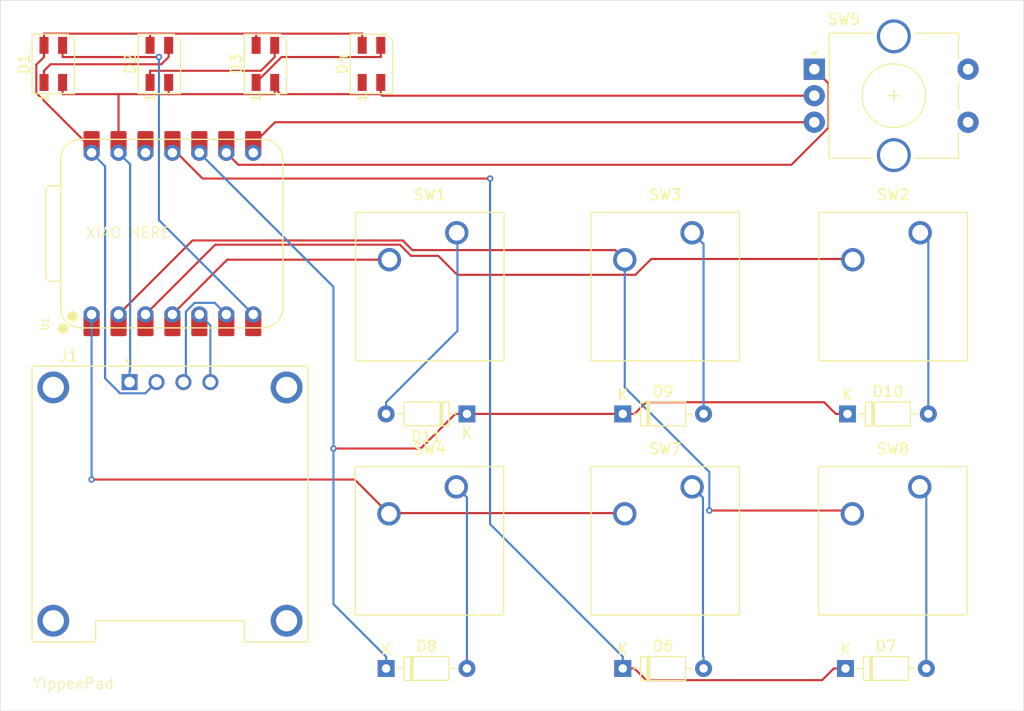
<source format=kicad_pcb>
(kicad_pcb (version 20240108) (generator "pcbnew") (generator_version "8.0")
  (layers (0 "F.Cu" signal) (31 "B.Cu" signal) (34 "B.Paste" user) (35 "F.Paste" user) (36 "B.SilkS" user "B.Silkscreen") (37 "F.SilkS" user "F.Silkscreen") (38 "B.Mask" user) (39 "F.Mask" user) (44 "Edge.Cuts" user))
  (net 0 "")
  (net 1 "+5V")
  (net 2 "Net-(D1-DIN)")
  (net 3 "Net-(D1-DOUT)")
  (net 4 "GND")
  (net 5 "Net-(D2-DOUT)")
  (net 6 "Net-(D3-DOUT)")
  (net 8 "Net-(D6-A)")
  (net 9 "Row 0")
  (net 10 "Net-(D7-A)")
  (net 11 "Net-(D8-A)")
  (net 12 "Row 1")
  (net 13 "Net-(D9-A)")
  (net 14 "Net-(D10-A)")
  (net 15 "Net-(D11-A)")
  (net 16 "SDA")
  (net 17 "SCL")
  (net 18 "Col 3")
  (net 19 "Col 2")
  (net 20 "Col 1")
  (net 21 "Col 0")
  (net 22 "Net-(U1-GPIO2{slash}SCK)")
  (net 23 "Net-(U1-GPIO1{slash}RX)")
  (net 24 "unconnected-(U1-3V3-Pad12)")
  (footprint "OPL:CherryMX_1.00u" (layer "F.Cu") (at 138.19 117.5)
    (property "Reference" "SW2" (at 0 -8.6625 0) (layer "F.SilkS"))
    (property "Value" "SW_Push")
    (fp_line (start -7 -7) (end -7 7) (stroke (width 0.12)) (layer "F.SilkS"))
    (fp_line (start -7 -7) (end 7 -7) (stroke (width 0.12)) (layer "F.SilkS"))
    (fp_line (start 7 -7) (end 7 7) (stroke (width 0.12)) (layer "F.SilkS"))
    (fp_line (start 7 7) (end -7 7) (stroke (width 0.12)) (layer "F.SilkS"))
    (pad "" np_thru_hole circle (at 0 0) (size 4 4) (drill 4) (layers "*.Cu" "*.Mask"))
    (pad "1" thru_hole circle (at -3.81 -2.54) (size 2.2 2.2) (drill 1.5) (layers "*.Cu" "*.Mask") (net 19 "Col 2"))
    (pad "2" thru_hole circle (at 2.54 -5.08) (size 2.2 2.2) (drill 1.5) (layers "*.Cu" "*.Mask") (net 14 "Net-(D10-A)"))
  )
  (footprint "LED_SMD:LED_SK6812MINI_PLCC4_3.5x3.5mm_P1.75mm" (layer "F.Cu") (at 89 96.5 90)
    (property "Reference" "D4" (at 0 -2.75 90) (layer "F.SilkS"))
    (property "Value" "SK6812MINI")
    (fp_line (start -2.8 -2) (end 2.8 -2) (stroke (width 0.12)) (layer "F.SilkS"))
    (fp_line (start -2.8 -2) (end -2.8 2) (stroke (width 0.12)) (layer "F.SilkS"))
    (fp_line (start 2.8 1.4) (end 2.8 -2) (stroke (width 0.12)) (layer "F.SilkS"))
    (fp_line (start 2.8 1.4) (end 2.2 2) (stroke (width 0.12)) (layer "F.SilkS"))
    (fp_line (start -2.8 2) (end 2.2 2) (stroke (width 0.12)) (layer "F.SilkS"))
    (fp_text user "1" (at -3.2 -0.875 90) (layer "F.SilkS") (effects (font (size 0.8 0.8))))
    (pad "1" smd rect (at -1.75 -0.875 90) (size 1.6 0.85) (layers "F.Cu" "F.Paste" "F.Mask"))
    (pad "2" smd rect (at -1.75 0.875 90) (size 1.6 0.85) (layers "F.Cu" "F.Paste" "F.Mask") (net 4 "GND"))
    (pad "3" smd rect (at 1.75 0.875 90) (size 1.6 0.85) (layers "F.Cu" "F.Paste" "F.Mask") (net 6 "Net-(D3-DOUT)"))
    (pad "4" smd rect (at 1.75 -0.875 90) (size 1.6 0.85) (layers "F.Cu" "F.Paste" "F.Mask") (net 1 "+5V"))
  )
  (footprint "Diode_THT:D_DO-35_SOD27_P7.62mm_Horizontal" (layer "F.Cu") (at 98 129.5 180)
    (property "Reference" "D11" (at 3.81 -2.12 0) (layer "F.SilkS"))
    (property "Value" "1N4148")
    (fp_line (start 6.58 0) (end 5.93 0) (stroke (width 0.12)) (layer "F.SilkS"))
    (fp_line (start 5.93 1.12) (end 5.93 -1.12) (stroke (width 0.12)) (layer "F.SilkS"))
    (fp_line (start 5.93 -1.12) (end 1.69 -1.12) (stroke (width 0.12)) (layer "F.SilkS"))
    (fp_line (start 2.53 -1.12) (end 2.53 1.12) (stroke (width 0.12)) (layer "F.SilkS"))
    (fp_line (start 2.41 -1.12) (end 2.41 1.12) (stroke (width 0.12)) (layer "F.SilkS"))
    (fp_line (start 2.29 -1.12) (end 2.29 1.12) (stroke (width 0.12)) (layer "F.SilkS"))
    (fp_line (start 1.69 1.12) (end 5.93 1.12) (stroke (width 0.12)) (layer "F.SilkS"))
    (fp_line (start 1.69 -1.12) (end 1.69 1.12) (stroke (width 0.12)) (layer "F.SilkS"))
    (fp_line (start 1.04 0) (end 1.69 0) (stroke (width 0.12)) (layer "F.SilkS"))
    (fp_text user "K" (at 0 -1.8 0) (layer "F.SilkS"))
    (pad "1" thru_hole rect (at 0 0 180) (size 1.6 1.6) (drill 0.8) (layers "*.Cu" "*.Mask") (net 12 "Row 1"))
    (pad "2" thru_hole oval (at 7.62 0 180) (size 1.6 1.6) (drill 0.8) (layers "*.Cu" "*.Mask") (net 15 "Net-(D11-A)"))
  )
  (footprint "Diode_THT:D_DO-35_SOD27_P7.62mm_Horizontal" (layer "F.Cu") (at 133.69 153.5)
    (property "Reference" "D7" (at 3.81 -2.12 0) (layer "F.SilkS"))
    (property "Value" "1N4148")
    (fp_line (start 1.04 0) (end 1.69 0) (stroke (width 0.12)) (layer "F.SilkS"))
    (fp_line (start 1.69 -1.12) (end 1.69 1.12) (stroke (width 0.12)) (layer "F.SilkS"))
    (fp_line (start 1.69 1.12) (end 5.93 1.12) (stroke (width 0.12)) (layer "F.SilkS"))
    (fp_line (start 2.29 -1.12) (end 2.29 1.12) (stroke (width 0.12)) (layer "F.SilkS"))
    (fp_line (start 2.41 -1.12) (end 2.41 1.12) (stroke (width 0.12)) (layer "F.SilkS"))
    (fp_line (start 2.53 -1.12) (end 2.53 1.12) (stroke (width 0.12)) (layer "F.SilkS"))
    (fp_line (start 5.93 -1.12) (end 1.69 -1.12) (stroke (width 0.12)) (layer "F.SilkS"))
    (fp_line (start 5.93 1.12) (end 5.93 -1.12) (stroke (width 0.12)) (layer "F.SilkS"))
    (fp_line (start 6.58 0) (end 5.93 0) (stroke (width 0.12)) (layer "F.SilkS"))
    (fp_text user "K" (at 0 -1.8 0) (layer "F.SilkS"))
    (pad "1" thru_hole rect (at 0 0) (size 1.6 1.6) (drill 0.8) (layers "*.Cu" "*.Mask") (net 9 "Row 0"))
    (pad "2" thru_hole oval (at 7.62 0) (size 1.6 1.6) (drill 0.8) (layers "*.Cu" "*.Mask") (net 10 "Net-(D7-A)"))
  )
  (footprint "OPL:XIAO-RP2040-DIP" (layer "F.Cu") (at 70.2315 112.5 90)
    (property "Reference" "U1" (at -8.5 -12 90) (layer "F.SilkS") (effects (font (size 0.635 0.635) (thickness 0.1016))))
    (property "Value" "XIAO-RP2040-DIP")
    (fp_line (start -3.991272 -11.951) (end 4.004 -11.951) (stroke (width 0.127)) (layer "F.SilkS"))
    (fp_line (start 4.504 -11.451) (end 4.504 -10.541) (stroke (width 0.127)) (layer "F.SilkS"))
    (fp_line (start 6.985 -10.541) (end -6.985 -10.541) (stroke (width 0.1)) (layer "F.SilkS"))
    (fp_line (start 6.985 -10.541) (end -6.985 -10.541) (stroke (width 0.127)) (layer "F.SilkS"))
    (fp_line (start -4.495 -10.541) (end -4.491272 -11.451272) (stroke (width 0.127)) (layer "F.SilkS"))
    (fp_line (start 8.89 8.509) (end 8.89 -8.636) (stroke (width 0.127)) (layer "F.SilkS"))
    (fp_line (start -8.89 8.509) (end -8.89 -8.636) (stroke (width 0.127)) (layer "F.SilkS"))
    (fp_line (start -6.985 10.414) (end 6.985 10.414) (stroke (width 0.127)) (layer "F.SilkS"))
    (fp_arc (start 4.004 -11.951) (mid 4.357553 -11.804553) (end 4.504 -11.451) (stroke (width 0.127)) (layer "F.SilkS"))
    (fp_arc (start -4.491272 -11.451272) (mid -4.344724 -11.804644) (end -3.991272 -11.951) (stroke (width 0.127)) (layer "F.SilkS"))
    (fp_arc (start 6.985 -10.541) (mid 8.332038 -9.983038) (end 8.89 -8.636) (stroke (width 0.127)) (layer "F.SilkS"))
    (fp_arc (start -8.89 -8.636) (mid -8.332038 -9.983038) (end -6.985 -10.541) (stroke (width 0.127)) (layer "F.SilkS"))
    (fp_arc (start 8.89 8.509) (mid 8.332038 9.856038) (end 6.985 10.414) (stroke (width 0.127)) (layer "F.SilkS"))
    (fp_arc (start -6.985 10.414) (mid -8.332038 9.856038) (end -8.89 8.509) (stroke (width 0.127)) (layer "F.SilkS"))
    (fp_circle (center -8.95 -10.3) (end -8.95 -10.554) (stroke (width 0.5)) (fill solid) (layer "F.SilkS"))
    (fp_circle (center -7.807 -9.42) (end -7.807 -9.674) (stroke (width 0.5)) (fill solid) (layer "F.SilkS"))
    (pad "1" smd roundrect (at -8.455 -7.62 270) (size 2.432 1.524) (layers "F.Cu" "F.Mask") (roundrect_rratio 0.1) (net 21 "Col 0"))
    (pad "1" thru_hole circle (at -7.62 -7.62 270) (size 1.524 1.524) (drill 0.889) (layers "*.Cu" "*.Mask") (net 21 "Col 0"))
    (pad "2" smd roundrect (at -8.455 -5.08 270) (size 2.432 1.524) (layers "F.Cu" "F.Mask") (roundrect_rratio 0.1) (net 20 "Col 1"))
    (pad "2" thru_hole circle (at -7.62 -5.08 270) (size 1.524 1.524) (drill 0.889) (layers "*.Cu" "*.Mask") (net 20 "Col 1"))
    (pad "3" smd roundrect (at -8.455 -2.54 270) (size 2.432 1.524) (layers "F.Cu" "F.Mask") (roundrect_rratio 0.1) (net 19 "Col 2"))
    (pad "3" thru_hole circle (at -7.62 -2.54 270) (size 1.524 1.524) (drill 0.889) (layers "*.Cu" "*.Mask") (net 19 "Col 2"))
    (pad "4" smd roundrect (at -8.455 0 270) (size 2.432 1.524) (layers "F.Cu" "F.Mask") (roundrect_rratio 0.1) (net 18 "Col 3"))
    (pad "4" thru_hole circle (at -7.62 0 270) (size 1.524 1.524) (drill 0.889) (layers "*.Cu" "*.Mask") (net 18 "Col 3"))
    (pad "5" smd roundrect (at -8.455 2.54 270) (size 2.432 1.524) (layers "F.Cu" "F.Mask") (roundrect_rratio 0.1) (net 16 "SDA"))
    (pad "5" thru_hole circle (at -7.62 2.54 270) (size 1.524 1.524) (drill 0.889) (layers "*.Cu" "*.Mask") (net 16 "SDA"))
    (pad "6" smd roundrect (at -8.455 5.08 270) (size 2.432 1.524) (layers "F.Cu" "F.Mask") (roundrect_rratio 0.1) (net 17 "SCL"))
    (pad "6" thru_hole circle (at -7.62 5.08 270) (size 1.524 1.524) (drill 0.889) (layers "*.Cu" "*.Mask") (net 17 "SCL"))
    (pad "7" smd roundrect (at -8.455 7.62 270) (size 2.432 1.524) (layers "F.Cu" "F.Mask") (roundrect_rratio 0.1) (net 2 "Net-(D1-DIN)"))
    (pad "7" thru_hole circle (at -7.62 7.62 270) (size 1.524 1.524) (drill 0.889) (layers "*.Cu" "*.Mask") (net 2 "Net-(D1-DIN)"))
    (pad "8" thru_hole circle (at 7.62 7.62 90) (size 1.524 1.524) (drill 0.889) (layers "*.Cu" "*.Mask") (net 23 "Net-(U1-GPIO1{slash}RX)"))
    (pad "8" smd roundrect (at 8.455 7.62 90) (size 2.432 1.524) (layers "F.Cu" "F.Mask") (roundrect_rratio 0.1) (net 23 "Net-(U1-GPIO1{slash}RX)"))
    (pad "9" thru_hole circle (at 7.62 5.08 90) (size 1.524 1.524) (drill 0.889) (layers "*.Cu" "*.Mask") (net 22 "Net-(U1-GPIO2{slash}SCK)"))
    (pad "9" smd roundrect (at 8.455 5.08 90) (size 2.432 1.524) (layers "F.Cu" "F.Mask") (roundrect_rratio 0.1) (net 22 "Net-(U1-GPIO2{slash}SCK)"))
    (pad "10" thru_hole circle (at 7.62 2.54 90) (size 1.524 1.524) (drill 0.889) (layers "*.Cu" "*.Mask") (net 12 "Row 1"))
    (pad "10" smd roundrect (at 8.455 2.54 90) (size 2.432 1.524) (layers "F.Cu" "F.Mask") (roundrect_rratio 0.1) (net 12 "Row 1"))
    (pad "11" thru_hole circle (at 7.62 0 90) (size 1.524 1.524) (drill 0.889) (layers "*.Cu" "*.Mask") (net 9 "Row 0"))
    (pad "11" smd roundrect (at 8.455 0 90) (size 2.432 1.524) (layers "F.Cu" "F.Mask") (roundrect_rratio 0.1) (net 9 "Row 0"))
    (pad "12" thru_hole circle (at 7.62 -2.54 90) (size 1.524 1.524) (drill 0.889) (layers "*.Cu" "*.Mask") (net 24 "unconnected-(U1-3V3-Pad12)"))
    (pad "12" smd roundrect (at 8.455 -2.54 90) (size 2.432 1.524) (layers "F.Cu" "F.Mask") (roundrect_rratio 0.1) (net 24 "unconnected-(U1-3V3-Pad12)"))
    (pad "13" thru_hole circle (at 7.62 -5.08 90) (size 1.524 1.524) (drill 0.889) (layers "*.Cu" "*.Mask") (net 4 "GND"))
    (pad "13" smd roundrect (at 8.455 -5.08 90) (size 2.432 1.524) (layers "F.Cu" "F.Mask") (roundrect_rratio 0.1) (net 4 "GND"))
    (pad "14" thru_hole circle (at 7.62 -7.62 90) (size 1.524 1.524) (drill 0.889) (layers "*.Cu" "*.Mask") (net 1 "+5V"))
    (pad "14" smd roundrect (at 8.455 -7.62 90) (size 2.432 1.524) (layers "F.Cu" "F.Mask") (roundrect_rratio 0.1) (net 1 "+5V"))
  )
  (footprint "LED_SMD:LED_SK6812MINI_PLCC4_3.5x3.5mm_P1.75mm" (layer "F.Cu") (at 69 96.5 90)
    (property "Reference" "D2" (at 0 -2.75 90) (layer "F.SilkS"))
    (property "Value" "SK6812MINI")
    (fp_line (start -2.8 -2) (end 2.8 -2) (stroke (width 0.12)) (layer "F.SilkS"))
    (fp_line (start -2.8 -2) (end -2.8 2) (stroke (width 0.12)) (layer "F.SilkS"))
    (fp_line (start 2.8 1.4) (end 2.8 -2) (stroke (width 0.12)) (layer "F.SilkS"))
    (fp_line (start 2.8 1.4) (end 2.2 2) (stroke (width 0.12)) (layer "F.SilkS"))
    (fp_line (start -2.8 2) (end 2.2 2) (stroke (width 0.12)) (layer "F.SilkS"))
    (fp_text user "1" (at -3.2 -0.875 90) (layer "F.SilkS") (effects (font (size 0.8 0.8))))
    (pad "1" smd rect (at -1.75 -0.875 90) (size 1.6 0.85) (layers "F.Cu" "F.Paste" "F.Mask") (net 5 "Net-(D2-DOUT)"))
    (pad "2" smd rect (at -1.75 0.875 90) (size 1.6 0.85) (layers "F.Cu" "F.Paste" "F.Mask") (net 4 "GND"))
    (pad "3" smd rect (at 1.75 0.875 90) (size 1.6 0.85) (layers "F.Cu" "F.Paste" "F.Mask") (net 3 "Net-(D1-DOUT)"))
    (pad "4" smd rect (at 1.75 -0.875 90) (size 1.6 0.85) (layers "F.Cu" "F.Paste" "F.Mask") (net 1 "+5V"))
  )
  (footprint "Diode_THT:D_DO-35_SOD27_P7.62mm_Horizontal" (layer "F.Cu") (at 133.88 129.5)
    (property "Reference" "D10" (at 3.81 -2.12 0) (layer "F.SilkS"))
    (property "Value" "1N4148")
    (fp_line (start 1.04 0) (end 1.69 0) (stroke (width 0.12)) (layer "F.SilkS"))
    (fp_line (start 1.69 -1.12) (end 1.69 1.12) (stroke (width 0.12)) (layer "F.SilkS"))
    (fp_line (start 1.69 1.12) (end 5.93 1.12) (stroke (width 0.12)) (layer "F.SilkS"))
    (fp_line (start 2.29 -1.12) (end 2.29 1.12) (stroke (width 0.12)) (layer "F.SilkS"))
    (fp_line (start 2.41 -1.12) (end 2.41 1.12) (stroke (width 0.12)) (layer "F.SilkS"))
    (fp_line (start 2.53 -1.12) (end 2.53 1.12) (stroke (width 0.12)) (layer "F.SilkS"))
    (fp_line (start 5.93 -1.12) (end 1.69 -1.12) (stroke (width 0.12)) (layer "F.SilkS"))
    (fp_line (start 5.93 1.12) (end 5.93 -1.12) (stroke (width 0.12)) (layer "F.SilkS"))
    (fp_line (start 6.58 0) (end 5.93 0) (stroke (width 0.12)) (layer "F.SilkS"))
    (fp_text user "K" (at 0 -1.8 0) (layer "F.SilkS"))
    (pad "1" thru_hole rect (at 0 0) (size 1.6 1.6) (drill 0.8) (layers "*.Cu" "*.Mask") (net 12 "Row 1"))
    (pad "2" thru_hole oval (at 7.62 0) (size 1.6 1.6) (drill 0.8) (layers "*.Cu" "*.Mask") (net 14 "Net-(D10-A)"))
  )
  (footprint "OPL:CherryMX_1.00u" (layer "F.Cu") (at 138.15 141.46)
    (property "Reference" "SW8" (at 0 -8.6625 0) (layer "F.SilkS"))
    (property "Value" "SW_Push")
    (fp_line (start -7 -7) (end -7 7) (stroke (width 0.12)) (layer "F.SilkS"))
    (fp_line (start -7 -7) (end 7 -7) (stroke (width 0.12)) (layer "F.SilkS"))
    (fp_line (start 7 -7) (end 7 7) (stroke (width 0.12)) (layer "F.SilkS"))
    (fp_line (start 7 7) (end -7 7) (stroke (width 0.12)) (layer "F.SilkS"))
    (pad "" np_thru_hole circle (at 0 0) (size 4 4) (drill 4) (layers "*.Cu" "*.Mask"))
    (pad "1" thru_hole circle (at -3.81 -2.54) (size 2.2 2.2) (drill 1.5) (layers "*.Cu" "*.Mask") (net 20 "Col 1"))
    (pad "2" thru_hole circle (at 2.54 -5.08) (size 2.2 2.2) (drill 1.5) (layers "*.Cu" "*.Mask") (net 10 "Net-(D7-A)"))
  )
  (footprint "LED_SMD:LED_SK6812MINI_PLCC4_3.5x3.5mm_P1.75mm" (layer "F.Cu") (at 59 96.5 90)
    (property "Reference" "D1" (at 0 -2.75 90) (layer "F.SilkS"))
    (property "Value" "SK6812MINI")
    (fp_line (start -2.8 -2) (end 2.8 -2) (stroke (width 0.12)) (layer "F.SilkS"))
    (fp_line (start -2.8 -2) (end -2.8 2) (stroke (width 0.12)) (layer "F.SilkS"))
    (fp_line (start 2.8 1.4) (end 2.8 -2) (stroke (width 0.12)) (layer "F.SilkS"))
    (fp_line (start 2.8 1.4) (end 2.2 2) (stroke (width 0.12)) (layer "F.SilkS"))
    (fp_line (start -2.8 2) (end 2.2 2) (stroke (width 0.12)) (layer "F.SilkS"))
    (fp_text user "1" (at -3.2 -0.875 90) (layer "F.SilkS") (effects (font (size 0.8 0.8))))
    (pad "1" smd rect (at -1.75 -0.875 90) (size 1.6 0.85) (layers "F.Cu" "F.Paste" "F.Mask") (net 3 "Net-(D1-DOUT)"))
    (pad "2" smd rect (at -1.75 0.875 90) (size 1.6 0.85) (layers "F.Cu" "F.Paste" "F.Mask") (net 4 "GND"))
    (pad "3" smd rect (at 1.75 0.875 90) (size 1.6 0.85) (layers "F.Cu" "F.Paste" "F.Mask") (net 2 "Net-(D1-DIN)"))
    (pad "4" smd rect (at 1.75 -0.875 90) (size 1.6 0.85) (layers "F.Cu" "F.Paste" "F.Mask") (net 1 "+5V"))
  )
  (footprint "OPL:CherryMX_1.00u" (layer "F.Cu") (at 94.46 141.46)
    (property "Reference" "SW4" (at 0 -8.6625 0) (layer "F.SilkS"))
    (property "Value" "SW_Push")
    (fp_line (start -7 -7) (end -7 7) (stroke (width 0.12)) (layer "F.SilkS"))
    (fp_line (start -7 -7) (end 7 -7) (stroke (width 0.12)) (layer "F.SilkS"))
    (fp_line (start 7 -7) (end 7 7) (stroke (width 0.12)) (layer "F.SilkS"))
    (fp_line (start 7 7) (end -7 7) (stroke (width 0.12)) (layer "F.SilkS"))
    (pad "" np_thru_hole circle (at 0 0) (size 4 4) (drill 4) (layers "*.Cu" "*.Mask"))
    (pad "1" thru_hole circle (at -3.81 -2.54) (size 2.2 2.2) (drill 1.5) (layers "*.Cu" "*.Mask") (net 21 "Col 0"))
    (pad "2" thru_hole circle (at 2.54 -5.08) (size 2.2 2.2) (drill 1.5) (layers "*.Cu" "*.Mask") (net 11 "Net-(D8-A)"))
  )
  (footprint "OPL:CherryMX_1.00u" (layer "F.Cu") (at 94.5 117.5)
    (property "Reference" "SW1" (at 0 -8.6625 0) (layer "F.SilkS"))
    (property "Value" "SW_Push")
    (fp_line (start -7 -7) (end -7 7) (stroke (width 0.12)) (layer "F.SilkS"))
    (fp_line (start -7 -7) (end 7 -7) (stroke (width 0.12)) (layer "F.SilkS"))
    (fp_line (start 7 -7) (end 7 7) (stroke (width 0.12)) (layer "F.SilkS"))
    (fp_line (start 7 7) (end -7 7) (stroke (width 0.12)) (layer "F.SilkS"))
    (pad "" np_thru_hole circle (at 0 0) (size 4 4) (drill 4) (layers "*.Cu" "*.Mask"))
    (pad "1" thru_hole circle (at -3.81 -2.54) (size 2.2 2.2) (drill 1.5) (layers "*.Cu" "*.Mask") (net 18 "Col 3"))
    (pad "2" thru_hole circle (at 2.54 -5.08) (size 2.2 2.2) (drill 1.5) (layers "*.Cu" "*.Mask") (net 15 "Net-(D11-A)"))
  )
  (footprint "OPL:CherryMX_1.00u" (layer "F.Cu") (at 116.69 117.5)
    (property "Reference" "SW3" (at 0 -8.6625 0) (layer "F.SilkS"))
    (property "Value" "SW_Push")
    (fp_line (start -7 -7) (end -7 7) (stroke (width 0.12)) (layer "F.SilkS"))
    (fp_line (start -7 -7) (end 7 -7) (stroke (width 0.12)) (layer "F.SilkS"))
    (fp_line (start 7 -7) (end 7 7) (stroke (width 0.12)) (layer "F.SilkS"))
    (fp_line (start 7 7) (end -7 7) (stroke (width 0.12)) (layer "F.SilkS"))
    (pad "" np_thru_hole circle (at 0 0) (size 4 4) (drill 4) (layers "*.Cu" "*.Mask"))
    (pad "1" thru_hole circle (at -3.81 -2.54) (size 2.2 2.2) (drill 1.5) (layers "*.Cu" "*.Mask") (net 20 "Col 1"))
    (pad "2" thru_hole circle (at 2.54 -5.08) (size 2.2 2.2) (drill 1.5) (layers "*.Cu" "*.Mask") (net 13 "Net-(D9-A)"))
  )
  (footprint "Rotary_Encoder:RotaryEncoder_Alps_EC11E-Switch_Vertical_H20mm_CircularMountingHoles" (layer "F.Cu") (at 130.75 97)
    (property "Reference" "SW5" (at 2.8 -4.7 0) (layer "F.SilkS"))
    (property "Value" "RotaryEncoder")
    (fp_line (start -0.3 -1.6) (end 0.3 -1.6) (stroke (width 0.12)) (layer "F.SilkS"))
    (fp_line (start 0 -1.3) (end -0.3 -1.6) (stroke (width 0.12)) (layer "F.SilkS"))
    (fp_line (start 0.3 -1.6) (end 0 -1.3) (stroke (width 0.12)) (layer "F.SilkS"))
    (fp_line (start 1.4 -3.4) (end 1.4 8.4) (stroke (width 0.12)) (layer "F.SilkS"))
    (fp_line (start 5.5 -3.4) (end 1.4 -3.4) (stroke (width 0.12)) (layer "F.SilkS"))
    (fp_line (start 5.5 8.4) (end 1.4 8.4) (stroke (width 0.12)) (layer "F.SilkS"))
    (fp_line (start 7 2.5) (end 8 2.5) (stroke (width 0.12)) (layer "F.SilkS"))
    (fp_line (start 7.5 2) (end 7.5 3) (stroke (width 0.12)) (layer "F.SilkS"))
    (fp_line (start 9.5 -3.4) (end 13.6 -3.4) (stroke (width 0.12)) (layer "F.SilkS"))
    (fp_line (start 13.6 -3.4) (end 13.6 -1) (stroke (width 0.12)) (layer "F.SilkS"))
    (fp_line (start 13.6 1.2) (end 13.6 3.8) (stroke (width 0.12)) (layer "F.SilkS"))
    (fp_line (start 13.6 6) (end 13.6 8.4) (stroke (width 0.12)) (layer "F.SilkS"))
    (fp_line (start 13.6 8.4) (end 9.5 8.4) (stroke (width 0.12)) (layer "F.SilkS"))
    (fp_circle (center 7.5 2.5) (end 10.5 2.5) (stroke (width 0.12)) (fill none) (layer "F.SilkS"))
    (pad "A" thru_hole rect (at 0 0) (size 2 2) (drill 1) (layers "*.Cu" "*.Mask") (net 22 "Net-(U1-GPIO2{slash}SCK)"))
    (pad "B" thru_hole circle (at 0 5) (size 2 2) (drill 1) (layers "*.Cu" "*.Mask") (net 23 "Net-(U1-GPIO1{slash}RX)"))
    (pad "C" thru_hole circle (at 0 2.5) (size 2 2) (drill 1) (layers "*.Cu" "*.Mask") (net 4 "GND"))
    (pad "MP" thru_hole circle (at 7.5 -3.1) (size 3.2 3.2) (drill 2.6) (layers "*.Cu" "*.Mask"))
    (pad "MP" thru_hole circle (at 7.5 8.1) (size 3.2 3.2) (drill 2.6) (layers "*.Cu" "*.Mask"))
    (pad "S1" thru_hole circle (at 14.5 5) (size 2 2) (drill 1) (layers "*.Cu" "*.Mask"))
    (pad "S2" thru_hole circle (at 14.5 0) (size 2 2) (drill 1) (layers "*.Cu" "*.Mask"))
  )
  (footprint "LED_SMD:LED_SK6812MINI_PLCC4_3.5x3.5mm_P1.75mm" (layer "F.Cu") (at 79 96.5 90)
    (property "Reference" "D3" (at 0 -2.75 90) (layer "F.SilkS"))
    (property "Value" "SK6812MINI")
    (fp_line (start -2.8 -2) (end 2.8 -2) (stroke (width 0.12)) (layer "F.SilkS"))
    (fp_line (start -2.8 -2) (end -2.8 2) (stroke (width 0.12)) (layer "F.SilkS"))
    (fp_line (start 2.8 1.4) (end 2.8 -2) (stroke (width 0.12)) (layer "F.SilkS"))
    (fp_line (start 2.8 1.4) (end 2.2 2) (stroke (width 0.12)) (layer "F.SilkS"))
    (fp_line (start -2.8 2) (end 2.2 2) (stroke (width 0.12)) (layer "F.SilkS"))
    (fp_text user "1" (at -3.2 -0.875 90) (layer "F.SilkS") (effects (font (size 0.8 0.8))))
    (pad "1" smd rect (at -1.75 -0.875 90) (size 1.6 0.85) (layers "F.Cu" "F.Paste" "F.Mask") (net 6 "Net-(D3-DOUT)"))
    (pad "2" smd rect (at -1.75 0.875 90) (size 1.6 0.85) (layers "F.Cu" "F.Paste" "F.Mask") (net 4 "GND"))
    (pad "3" smd rect (at 1.75 0.875 90) (size 1.6 0.85) (layers "F.Cu" "F.Paste" "F.Mask") (net 5 "Net-(D2-DOUT)"))
    (pad "4" smd rect (at 1.75 -0.875 90) (size 1.6 0.85) (layers "F.Cu" "F.Paste" "F.Mask") (net 1 "+5V"))
  )
  (footprint "OPL:CherryMX_1.00u" (layer "F.Cu") (at 116.69 141.46)
    (property "Reference" "SW7" (at 0 -8.6625 0) (layer "F.SilkS"))
    (property "Value" "SW_Push")
    (fp_line (start -7 -7) (end -7 7) (stroke (width 0.12)) (layer "F.SilkS"))
    (fp_line (start -7 -7) (end 7 -7) (stroke (width 0.12)) (layer "F.SilkS"))
    (fp_line (start 7 -7) (end 7 7) (stroke (width 0.12)) (layer "F.SilkS"))
    (fp_line (start 7 7) (end -7 7) (stroke (width 0.12)) (layer "F.SilkS"))
    (pad "" np_thru_hole circle (at 0 0) (size 4 4) (drill 4) (layers "*.Cu" "*.Mask"))
    (pad "1" thru_hole circle (at -3.81 -2.54) (size 2.2 2.2) (drill 1.5) (layers "*.Cu" "*.Mask") (net 21 "Col 0"))
    (pad "2" thru_hole circle (at 2.54 -5.08) (size 2.2 2.2) (drill 1.5) (layers "*.Cu" "*.Mask") (net 8 "Net-(D6-A)"))
  )
  (footprint "Diode_THT:D_DO-35_SOD27_P7.62mm_Horizontal" (layer "F.Cu") (at 112.69 153.5)
    (property "Reference" "D6" (at 3.81 -2.12 0) (layer "F.SilkS"))
    (property "Value" "1N4148")
    (fp_line (start 1.04 0) (end 1.69 0) (stroke (width 0.12)) (layer "F.SilkS"))
    (fp_line (start 1.69 -1.12) (end 1.69 1.12) (stroke (width 0.12)) (layer "F.SilkS"))
    (fp_line (start 1.69 1.12) (end 5.93 1.12) (stroke (width 0.12)) (layer "F.SilkS"))
    (fp_line (start 2.29 -1.12) (end 2.29 1.12) (stroke (width 0.12)) (layer "F.SilkS"))
    (fp_line (start 2.41 -1.12) (end 2.41 1.12) (stroke (width 0.12)) (layer "F.SilkS"))
    (fp_line (start 2.53 -1.12) (end 2.53 1.12) (stroke (width 0.12)) (layer "F.SilkS"))
    (fp_line (start 5.93 -1.12) (end 1.69 -1.12) (stroke (width 0.12)) (layer "F.SilkS"))
    (fp_line (start 5.93 1.12) (end 5.93 -1.12) (stroke (width 0.12)) (layer "F.SilkS"))
    (fp_line (start 6.58 0) (end 5.93 0) (stroke (width 0.12)) (layer "F.SilkS"))
    (fp_text user "K" (at 0 -1.8 0) (layer "F.SilkS"))
    (pad "1" thru_hole rect (at 0 0) (size 1.6 1.6) (drill 0.8) (layers "*.Cu" "*.Mask") (net 9 "Row 0"))
    (pad "2" thru_hole oval (at 7.62 0) (size 1.6 1.6) (drill 0.8) (layers "*.Cu" "*.Mask") (net 8 "Net-(D6-A)"))
  )
  (footprint "Diode_THT:D_DO-35_SOD27_P7.62mm_Horizontal" (layer "F.Cu") (at 90.38 153.5)
    (property "Reference" "D8" (at 3.81 -2.12 0) (layer "F.SilkS"))
    (property "Value" "1N4148")
    (fp_line (start 1.04 0) (end 1.69 0) (stroke (width 0.12)) (layer "F.SilkS"))
    (fp_line (start 1.69 -1.12) (end 1.69 1.12) (stroke (width 0.12)) (layer "F.SilkS"))
    (fp_line (start 1.69 1.12) (end 5.93 1.12) (stroke (width 0.12)) (layer "F.SilkS"))
    (fp_line (start 2.29 -1.12) (end 2.29 1.12) (stroke (width 0.12)) (layer "F.SilkS"))
    (fp_line (start 2.41 -1.12) (end 2.41 1.12) (stroke (width 0.12)) (layer "F.SilkS"))
    (fp_line (start 2.53 -1.12) (end 2.53 1.12) (stroke (width 0.12)) (layer "F.SilkS"))
    (fp_line (start 5.93 -1.12) (end 1.69 -1.12) (stroke (width 0.12)) (layer "F.SilkS"))
    (fp_line (start 5.93 1.12) (end 5.93 -1.12) (stroke (width 0.12)) (layer "F.SilkS"))
    (fp_line (start 6.58 0) (end 5.93 0) (stroke (width 0.12)) (layer "F.SilkS"))
    (fp_text user "K" (at 0 -1.8 0) (layer "F.SilkS"))
    (pad "1" thru_hole rect (at 0 0) (size 1.6 1.6) (drill 0.8) (layers "*.Cu" "*.Mask") (net 12 "Row 1"))
    (pad "2" thru_hole oval (at 7.62 0) (size 1.6 1.6) (drill 0.8) (layers "*.Cu" "*.Mask") (net 11 "Net-(D8-A)"))
  )
  (footprint "OPL:MODULE_DM-OLED096-636_128x64" (layer "F.Cu") (at 70 138)
    (property "Reference" "J1" (at -9.525 -13.97 0) (layer "F.SilkS"))
    (property "Value" "Conn_01x04_Pin")
    (fp_line (start -13 -13) (end 13 -13) (stroke (width 0.127)) (layer "F.SilkS"))
    (fp_line (start -13 13) (end -13 -13) (stroke (width 0.127)) (layer "F.SilkS"))
    (fp_line (start -7 11) (end -7 13) (stroke (width 0.127)) (layer "F.SilkS"))
    (fp_line (start -7 13) (end -13 13) (stroke (width 0.127)) (layer "F.SilkS"))
    (fp_line (start 7 11) (end -7 11) (stroke (width 0.127)) (layer "F.SilkS"))
    (fp_line (start 7 13) (end 7 11) (stroke (width 0.127)) (layer "F.SilkS"))
    (fp_line (start 13 -13) (end 13 13) (stroke (width 0.127)) (layer "F.SilkS"))
    (fp_line (start 13 13) (end 7 13) (stroke (width 0.127)) (layer "F.SilkS"))
    (fp_circle (center -4 -13.5) (end -3.9 -13.5) (stroke (width 0.2)) (fill none) (layer "F.SilkS"))
    (pad "1" thru_hole rect (at -3.81 -11.5) (size 1.508 1.508) (drill 1) (layers "*.Cu" "*.Mask") (net 4 "GND"))
    (pad "2" thru_hole circle (at -1.27 -11.5) (size 1.508 1.508) (drill 1) (layers "*.Cu" "*.Mask") (net 1 "+5V"))
    (pad "3" thru_hole circle (at 1.27 -11.5) (size 1.508 1.508) (drill 1) (layers "*.Cu" "*.Mask") (net 17 "SCL"))
    (pad "4" thru_hole circle (at 3.81 -11.5) (size 1.508 1.508) (drill 1) (layers "*.Cu" "*.Mask") (net 16 "SDA"))
    (pad "S1" thru_hole circle (at -11 -11) (size 3 3) (drill 2) (layers "*.Cu" "*.Mask"))
    (pad "S2" thru_hole circle (at 11 -11) (size 3 3) (drill 2) (layers "*.Cu" "*.Mask"))
    (pad "S3" thru_hole circle (at 11 11) (size 3 3) (drill 2) (layers "*.Cu" "*.Mask"))
    (pad "S4" thru_hole circle (at -11 11) (size 3 3) (drill 2) (layers "*.Cu" "*.Mask"))
  )
  (footprint "Diode_THT:D_DO-35_SOD27_P7.62mm_Horizontal" (layer "F.Cu") (at 112.69 129.5)
    (property "Reference" "D9" (at 3.81 -2.12 0) (layer "F.SilkS"))
    (property "Value" "1N4148")
    (fp_line (start 1.04 0) (end 1.69 0) (stroke (width 0.12)) (layer "F.SilkS"))
    (fp_line (start 1.69 -1.12) (end 1.69 1.12) (stroke (width 0.12)) (layer "F.SilkS"))
    (fp_line (start 1.69 1.12) (end 5.93 1.12) (stroke (width 0.12)) (layer "F.SilkS"))
    (fp_line (start 2.29 -1.12) (end 2.29 1.12) (stroke (width 0.12)) (layer "F.SilkS"))
    (fp_line (start 2.41 -1.12) (end 2.41 1.12) (stroke (width 0.12)) (layer "F.SilkS"))
    (fp_line (start 2.53 -1.12) (end 2.53 1.12) (stroke (width 0.12)) (layer "F.SilkS"))
    (fp_line (start 5.93 -1.12) (end 1.69 -1.12) (stroke (width 0.12)) (layer "F.SilkS"))
    (fp_line (start 5.93 1.12) (end 5.93 -1.12) (stroke (width 0.12)) (layer "F.SilkS"))
    (fp_line (start 6.58 0) (end 5.93 0) (stroke (width 0.12)) (layer "F.SilkS"))
    (fp_text user "K" (at 0 -1.8 0) (layer "F.SilkS"))
    (pad "1" thru_hole rect (at 0 0) (size 1.6 1.6) (drill 0.8) (layers "*.Cu" "*.Mask") (net 12 "Row 1"))
    (pad "2" thru_hole oval (at 7.62 0) (size 1.6 1.6) (drill 0.8) (layers "*.Cu" "*.Mask") (net 13 "Net-(D9-A)"))
  )
  (gr_rect (start 54 90.5) (end 150.5 157.5) (stroke (width 0.05)) (fill none) (layer "Edge.Cuts"))
  (gr_text "XIAO HERE" (at 62 113 0) (layer "F.SilkS") (effects (font (size 1 1) (thickness 0.1)) (justify left bottom)))
  (gr_text "YippeePad" (at 57 155.5 0) (layer "F.SilkS") (effects (font (size 1 1) (thickness 0.1)) (justify left bottom)))
  (segment (start 68.125 94.75) (end 68.125 93.6483) (width 0.2) (layer "F.Cu") (net 1))
  (segment (start 57.3983 99.2493) (end 57.3983 96.5784) (width 0.2) (layer "F.Cu") (net 1))
  (segment (start 58.125 94.75) (end 58.125 93.6483) (width 0.2) (layer "F.Cu") (net 1))
  (segment (start 58.125 94.75) (end 58.125 95.8517) (width 0.2) (layer "F.Cu") (net 1))
  (segment (start 88.125 94.75) (end 88.125 93.6483) (width 0.2) (layer "F.Cu") (net 1))
  (segment (start 62.6115 104.88) (end 62.6115 104.045) (width 0.2) (layer "F.Cu") (net 1))
  (segment (start 62.194 104.045) (end 57.3983 99.2493) (width 0.2) (layer "F.Cu") (net 1))
  (segment (start 58.125 93.6483) (end 68.125 93.6483) (width 0.2) (layer "F.Cu") (net 1))
  (segment (start 78.1265 93.6483) (end 78.125 93.6498) (width 0.2) (layer "F.Cu") (net 1))
  (segment (start 78.125 94.75) (end 78.125 93.6498) (width 0.2) (layer "F.Cu") (net 1))
  (segment (start 78.125 93.6498) (end 78.125 93.6483) (width 0.2) (layer "F.Cu") (net 1))
  (segment (start 57.3983 96.5784) (end 58.125 95.8517) (width 0.2) (layer "F.Cu") (net 1))
  (segment (start 88.125 93.6483) (end 78.1265 93.6483) (width 0.2) (layer "F.Cu") (net 1))
  (segment (start 68.125 93.6483) (end 78.125 93.6483) (width 0.2) (layer "F.Cu") (net 1))
  (segment (start 62.6115 104.045) (end 62.194 104.045) (width 0.2) (layer "F.Cu") (net 1))
  (segment (start 68.73 126.5) (end 67.6743 127.5557) (width 0.2) (layer "B.Cu") (net 1))
  (segment (start 67.6743 127.5557) (end 65.2959 127.5557) (width 0.2) (layer "B.Cu") (net 1))
  (segment (start 65.2959 127.5557) (end 63.8815 126.1413) (width 0.2) (layer "B.Cu") (net 1))
  (segment (start 63.8815 126.1413) (end 63.8815 106.15) (width 0.2) (layer "B.Cu") (net 1))
  (segment (start 63.8815 106.15) (end 62.6115 104.88) (width 0.2) (layer "B.Cu") (net 1))
  (segment (start 77.8515 120.12) (end 77.8515 120.955) (width 0.2) (layer "F.Cu") (net 2))
  (segment (start 59.875 94.75) (end 59.875 95.8517) (width 0.2) (layer "F.Cu") (net 2))
  (segment (start 59.875 95.8517) (end 68.9615 95.8517) (width 0.2) (layer "F.Cu") (net 2))
  (via (at 68.9615 95.8517) (size 0.6) (drill 0.3) (layers "F.Cu" "B.Cu") (net 2))
  (segment (start 68.9615 111.23) (end 68.9615 95.8517) (width 0.2) (layer "B.Cu") (net 2))
  (segment (start 77.8515 120.12) (end 68.9615 111.23) (width 0.2) (layer "B.Cu") (net 2))
  (segment (start 69.875 94.75) (end 69.875 95.8517) (width 0.2) (layer "F.Cu") (net 3))
  (segment (start 69.1922 96.5345) (end 69.875 95.8517) (width 0.2) (layer "F.Cu") (net 3))
  (segment (start 58.7388 96.5345) (end 69.1922 96.5345) (width 0.2) (layer "F.Cu") (net 3))
  (segment (start 58.125 98.25) (end 58.125 97.1483) (width 0.2) (layer "F.Cu") (net 3))
  (segment (start 58.125 97.1483) (end 58.7388 96.5345) (width 0.2) (layer "F.Cu") (net 3))
  (segment (start 59.875 99.3517) (end 65.1515 99.3517) (width 0.2) (layer "F.Cu") (net 4))
  (segment (start 89.875 98.25) (end 89.875 99.3517) (width 0.2) (layer "F.Cu") (net 4))
  (segment (start 79.875 98.8008) (end 79.875 99.3517) (width 0.2) (layer "F.Cu") (net 4))
  (segment (start 69.8735 99.3517) (end 69.875 99.3502) (width 0.2) (layer "F.Cu") (net 4))
  (segment (start 65.1515 104.88) (end 65.1515 104.045) (width 0.2) (layer "F.Cu") (net 4))
  (segment (start 80.4259 99.3517) (end 89.875 99.3517) (width 0.2) (layer "F.Cu") (net 4))
  (segment (start 65.1515 104.045) (end 65.1515 99.3517) (width 0.2) (layer "F.Cu") (net 4))
  (segment (start 65.1515 99.3517) (end 69.8735 99.3517) (width 0.2) (layer "F.Cu") (net 4))
  (segment (start 59.875 98.25) (end 59.875 99.3517) (width 0.2) (layer "F.Cu") (net 4))
  (segment (start 79.875 99.3517) (end 69.875 99.3517) (width 0.2) (layer "F.Cu") (net 4))
  (segment (start 90.0233 99.5) (end 89.875 99.3517) (width 0.2) (layer "F.Cu") (net 4))
  (segment (start 130.75 99.5) (end 90.0233 99.5) (width 0.2) (layer "F.Cu") (net 4))
  (segment (start 69.875 98.25) (end 69.875 99.3502) (width 0.2) (layer "F.Cu") (net 4))
  (segment (start 79.875 98.25) (end 79.875 98.8008) (width 0.2) (layer "F.Cu") (net 4))
  (segment (start 79.875 98.8008) (end 80.4259 99.3517) (width 0.2) (layer "F.Cu") (net 4))
  (segment (start 69.875 99.3502) (end 69.875 99.3517) (width 0.2) (layer "F.Cu") (net 4))
  (segment (start 66.19 125.4443) (end 66.2439 125.3904) (width 0.2) (layer "B.Cu") (net 4))
  (segment (start 66.19 126.5) (end 66.19 125.4443) (width 0.2) (layer "B.Cu") (net 4))
  (segment (start 66.2439 105.9724) (end 65.1515 104.88) (width 0.2) (layer "B.Cu") (net 4))
  (segment (start 66.2439 125.3904) (end 66.2439 105.9724) (width 0.2) (layer "B.Cu") (net 4))
  (segment (start 68.125 97.1483) (end 78.5784 97.1483) (width 0.2) (layer "F.Cu") (net 5))
  (segment (start 78.5784 97.1483) (end 79.875 95.8517) (width 0.2) (layer "F.Cu") (net 5))
  (segment (start 79.875 94.75) (end 79.875 95.8517) (width 0.2) (layer "F.Cu") (net 5))
  (segment (start 68.125 98.25) (end 68.125 97.1483) (width 0.2) (layer "F.Cu") (net 5))
  (segment (start 78.125 98.25) (end 80.5233 95.8517) (width 0.2) (layer "F.Cu") (net 6))
  (segment (start 80.5233 95.8517) (end 89.875 95.8517) (width 0.2) (layer "F.Cu") (net 6))
  (segment (start 89.875 94.75) (end 89.875 95.8517) (width 0.2) (layer "F.Cu") (net 6))
  (segment (start 119.23 136.38) (end 120.2529 137.4029) (width 0.2) (layer "B.Cu") (net 8))
  (segment (start 120.2529 152.3412) (end 120.31 152.3983) (width 0.2) (layer "B.Cu") (net 8))
  (segment (start 120.2529 137.4029) (end 120.2529 152.3412) (width 0.2) (layer "B.Cu") (net 8))
  (segment (start 120.31 153.5) (end 120.31 152.3983) (width 0.2) (layer "B.Cu") (net 8))
  (segment (start 112.69 153.5) (end 113.7917 153.5) (width 0.2) (layer "F.Cu") (net 9))
  (segment (start 131.4866 154.6017) (end 132.5883 153.5) (width 0.2) (layer "F.Cu") (net 9))
  (segment (start 70.2315 104.4625) (end 70.2315 104.88) (width 0.2) (layer "F.Cu") (net 9))
  (segment (start 114.8934 154.6017) (end 131.4866 154.6017) (width 0.2) (layer "F.Cu") (net 9))
  (segment (start 70.2315 104.045) (end 70.2315 104.4625) (width 0.2) (layer "F.Cu") (net 9))
  (segment (start 113.7917 153.5) (end 114.8934 154.6017) (width 0.2) (layer "F.Cu") (net 9))
  (segment (start 73.0783 107.3093) (end 100.1792 107.3093) (width 0.2) (layer "F.Cu") (net 9))
  (segment (start 70.2315 104.4625) (end 73.0783 107.3093) (width 0.2) (layer "F.Cu") (net 9))
  (segment (start 133.69 153.5) (end 132.5883 153.5) (width 0.2) (layer "F.Cu") (net 9))
  (via (at 100.1792 107.3093) (size 0.6) (drill 0.3) (layers "F.Cu" "B.Cu") (net 9))
  (segment (start 112.69 153.5) (end 112.69 152.3983) (width 0.2) (layer "B.Cu") (net 9))
  (segment (start 112.69 152.3983) (end 100.1792 139.8875) (width 0.2) (layer "B.Cu") (net 9))
  (segment (start 100.1792 139.8875) (end 100.1792 107.3093) (width 0.2) (layer "B.Cu") (net 9))
  (segment (start 141.31 137) (end 140.69 136.38) (width 0.2) (layer "B.Cu") (net 10))
  (segment (start 141.31 153.5) (end 141.31 137) (width 0.2) (layer "B.Cu") (net 10))
  (segment (start 98 137.38) (end 97 136.38) (width 0.2) (layer "B.Cu") (net 11))
  (segment (start 98 153.5) (end 98 137.38) (width 0.2) (layer "B.Cu") (net 11))
  (segment (start 98 129.5) (end 96.8983 129.5) (width 0.2) (layer "F.Cu") (net 12))
  (segment (start 72.7715 104.045) (end 72.7715 104.88) (width 0.2) (layer "F.Cu") (net 12))
  (segment (start 93.6336 132.7647) (end 85.4148 132.7647) (width 0.2) (layer "F.Cu") (net 12))
  (segment (start 114.8934 128.3983) (end 113.7917 129.5) (width 0.2) (layer "F.Cu") (net 12))
  (segment (start 132.7783 129.5) (end 131.6766 128.3983) (width 0.2) (layer "F.Cu") (net 12))
  (segment (start 112.69 129.5) (end 98 129.5) (width 0.2) (layer "F.Cu") (net 12))
  (segment (start 96.8983 129.5) (end 93.6336 132.7647) (width 0.2) (layer "F.Cu") (net 12))
  (segment (start 112.69 129.5) (end 113.7917 129.5) (width 0.2) (layer "F.Cu") (net 12))
  (segment (start 131.6766 128.3983) (end 114.8934 128.3983) (width 0.2) (layer "F.Cu") (net 12))
  (segment (start 133.88 129.5) (end 132.7783 129.5) (width 0.2) (layer "F.Cu") (net 12))
  (via (at 85.4148 132.7647) (size 0.6) (drill 0.3) (layers "F.Cu" "B.Cu") (net 12))
  (segment (start 85.4148 147.4331) (end 90.38 152.3983) (width 0.2) (layer "B.Cu") (net 12))
  (segment (start 85.4147 117.5232) (end 85.4147 132.7647) (width 0.2) (layer "B.Cu") (net 12))
  (segment (start 85.4147 132.7647) (end 85.4148 132.7647) (width 0.2) (layer "B.Cu") (net 12))
  (segment (start 85.4148 132.7647) (end 85.4148 147.4331) (width 0.2) (layer "B.Cu") (net 12))
  (segment (start 90.38 153.5) (end 90.38 152.3983) (width 0.2) (layer "B.Cu") (net 12))
  (segment (start 72.7715 104.88) (end 85.4147 117.5232) (width 0.2) (layer "B.Cu") (net 12))
  (segment (start 120.31 113.5) (end 119.23 112.42) (width 0.2) (layer "B.Cu") (net 13))
  (segment (start 120.31 129.5) (end 120.31 113.5) (width 0.2) (layer "B.Cu") (net 13))
  (segment (start 141.5 113.19) (end 140.73 112.42) (width 0.2) (layer "B.Cu") (net 14))
  (segment (start 141.5 129.5) (end 141.5 113.19) (width 0.2) (layer "B.Cu") (net 14))
  (segment (start 90.38 128.3983) (end 97.1051 121.6732) (width 0.2) (layer "B.Cu") (net 15))
  (segment (start 90.38 129.5) (end 90.38 128.3983) (width 0.2) (layer "B.Cu") (net 15))
  (segment (start 97.1051 121.6732) (end 97.1051 112.4851) (width 0.2) (layer "B.Cu") (net 15))
  (segment (start 97.1051 112.4851) (end 97.04 112.42) (width 0.2) (layer "B.Cu") (net 15))
  (segment (start 72.7715 120.12) (end 72.7715 120.955) (width 0.2) (layer "F.Cu") (net 16))
  (segment (start 73.81 121.1585) (end 72.7715 120.12) (width 0.2) (layer "B.Cu") (net 16))
  (segment (start 73.81 126.5) (end 73.81 121.1585) (width 0.2) (layer "B.Cu") (net 16))
  (segment (start 75.3115 120.12) (end 75.3115 120.955) (width 0.2) (layer "F.Cu") (net 17))
  (segment (start 71.5015 126.2685) (end 71.5015 119.8559) (width 0.2) (layer "B.Cu") (net 17))
  (segment (start 74.2203 119.0288) (end 75.3115 120.12) (width 0.2) (layer "B.Cu") (net 17))
  (segment (start 72.3286 119.0288) (end 74.2203 119.0288) (width 0.2) (layer "B.Cu") (net 17))
  (segment (start 71.5015 119.8559) (end 72.3286 119.0288) (width 0.2) (layer "B.Cu") (net 17))
  (segment (start 71.27 126.5) (end 71.5015 126.2685) (width 0.2) (layer "B.Cu") (net 17))
  (segment (start 75.3915 114.96) (end 90.69 114.96) (width 0.2) (layer "F.Cu") (net 18))
  (segment (start 70.2315 120.12) (end 75.3915 114.96) (width 0.2) (layer "F.Cu") (net 18))
  (segment (start 70.2315 120.12) (end 70.2315 120.955) (width 0.2) (layer "F.Cu") (net 18))
  (segment (start 91.6799 113.548) (end 74.2635 113.548) (width 0.2) (layer "F.Cu") (net 19))
  (segment (start 97.0848 116.3865) (end 95.2948 114.5965) (width 0.2) (layer "F.Cu") (net 19))
  (segment (start 67.6915 120.955) (end 67.6915 120.12) (width 0.2) (layer "F.Cu") (net 19))
  (segment (start 134.38 114.96) (end 134.3107 114.8907) (width 0.2) (layer "F.Cu") (net 19))
  (segment (start 113.8781 116.3865) (end 97.0848 116.3865) (width 0.2) (layer "F.Cu") (net 19))
  (segment (start 92.7284 114.5965) (end 91.6799 113.548) (width 0.2) (layer "F.Cu") (net 19))
  (segment (start 134.3107 114.8907) (end 115.3739 114.8907) (width 0.2) (layer "F.Cu") (net 19))
  (segment (start 115.3739 114.8907) (end 113.8781 116.3865) (width 0.2) (layer "F.Cu") (net 19))
  (segment (start 95.2948 114.5965) (end 92.7284 114.5965) (width 0.2) (layer "F.Cu") (net 19))
  (segment (start 74.2635 113.548) (end 67.6915 120.12) (width 0.2) (layer "F.Cu") (net 19))
  (segment (start 92.8531 114.0533) (end 91.9461 113.1463) (width 0.2) (layer "F.Cu") (net 20))
  (segment (start 112.88 114.96) (end 111.9733 114.0533) (width 0.2) (layer "F.Cu") (net 20))
  (segment (start 134.0283 138.6083) (end 134.34 138.92) (width 0.2) (layer "F.Cu") (net 20))
  (segment (start 65.1515 120.12) (end 65.1515 120.955) (width 0.2) (layer "F.Cu") (net 20))
  (segment (start 91.9461 113.1463) (end 72.1252 113.1463) (width 0.2) (layer "F.Cu") (net 20))
  (segment (start 72.1252 113.1463) (end 65.1515 120.12) (width 0.2) (layer "F.Cu") (net 20))
  (segment (start 111.9733 114.0533) (end 92.8531 114.0533) (width 0.2) (layer "F.Cu") (net 20))
  (segment (start 120.8546 138.6083) (end 134.0283 138.6083) (width 0.2) (layer "F.Cu") (net 20))
  (via (at 120.8546 138.6083) (size 0.6) (drill 0.3) (layers "F.Cu" "B.Cu") (net 20))
  (segment (start 112.88 114.96) (end 112.88 127.0054) (width 0.2) (layer "B.Cu") (net 20))
  (segment (start 112.88 127.0054) (end 120.8546 134.98) (width 0.2) (layer "B.Cu") (net 20))
  (segment (start 120.8546 134.98) (end 120.8546 138.6083) (width 0.2) (layer "B.Cu") (net 20))
  (segment (start 90.65 138.92) (end 87.4165 135.6865) (width 0.2) (layer "F.Cu") (net 21))
  (segment (start 87.4165 135.6865) (end 62.6115 135.6865) (width 0.2) (layer "F.Cu") (net 21))
  (segment (start 112.8107 138.8507) (end 90.7193 138.8507) (width 0.2) (layer "F.Cu") (net 21))
  (segment (start 62.6115 120.12) (end 62.6115 120.955) (width 0.2) (layer "F.Cu") (net 21))
  (segment (start 112.88 138.92) (end 112.8107 138.8507) (width 0.2) (layer "F.Cu") (net 21))
  (segment (start 90.7193 138.8507) (end 90.65 138.92) (width 0.2) (layer "F.Cu") (net 21))
  (via (at 62.6115 135.6865) (size 0.6) (drill 0.3) (layers "F.Cu" "B.Cu") (net 21))
  (segment (start 62.6115 120.12) (end 62.6115 135.6865) (width 0.2) (layer "B.Cu") (net 21))
  (segment (start 132.0983 98.3483) (end 132.0983 102.5067) (width 0.2) (layer "F.Cu") (net 22))
  (segment (start 132.0983 102.5067) (end 128.5935 106.0115) (width 0.2) (layer "F.Cu") (net 22))
  (segment (start 128.5935 106.0115) (end 76.443 106.0115) (width 0.2) (layer "F.Cu") (net 22))
  (segment (start 76.443 106.0115) (end 75.3115 104.88) (width 0.2) (layer "F.Cu") (net 22))
  (segment (start 75.3115 104.045) (end 75.3115 104.88) (width 0.2) (layer "F.Cu") (net 22))
  (segment (start 130.75 97) (end 132.0983 98.3483) (width 0.2) (layer "F.Cu") (net 22))
  (segment (start 130.75 102) (end 79.8965 102) (width 0.2) (layer "F.Cu") (net 23))
  (segment (start 77.8515 104.045) (end 77.8515 104.88) (width 0.2) (layer "F.Cu") (net 23))
  (segment (start 79.8965 102) (end 77.8515 104.045) (width 0.2) (layer "F.Cu") (net 23))
  (segment (start 67.6915 104.045) (end 67.6915 104.88) (width 0.2) (layer "F.Cu") (net 24))
)
</source>
